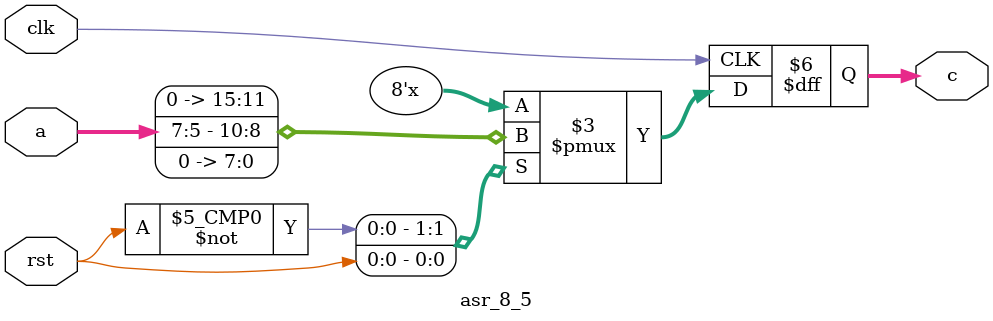
<source format=v>
module asr_8_5(
    a,
    c,
    clk,
    rst
);

input [7:0] a;
input clk, rst;
output [7:0] c;

always @ ( posedge clk )
begin
    case(rst)
        0: c = a >>> 5;
        1: c = 0;
    endcase
end

endmodule

</source>
